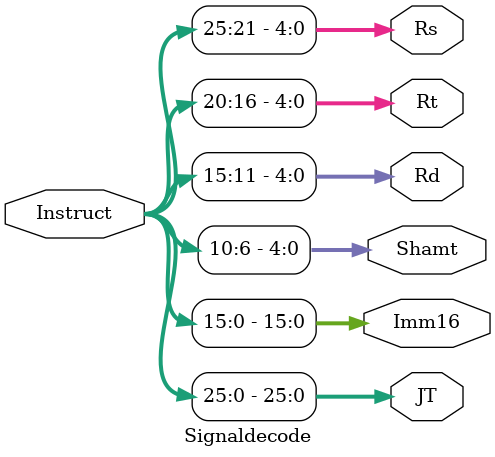
<source format=v>
module Signaldecode(Instruct,JT,Imm16,Shamt,Rd,Rt,Rs);
  input [31:0]Instruct;
  output [25:0]JT;
  output [15:0]Imm16;
  output [4:0]Shamt,Rd,Rt,Rs;
  assign JT=Instruct[25:0];
  assign Imm16=Instruct[15:0];
  assign Shamt=Instruct[10:6];
  assign Rd=Instruct[15:11];
  assign Rt=Instruct[20:16];
  assign Rs=Instruct[25:21];
endmodule
</source>
